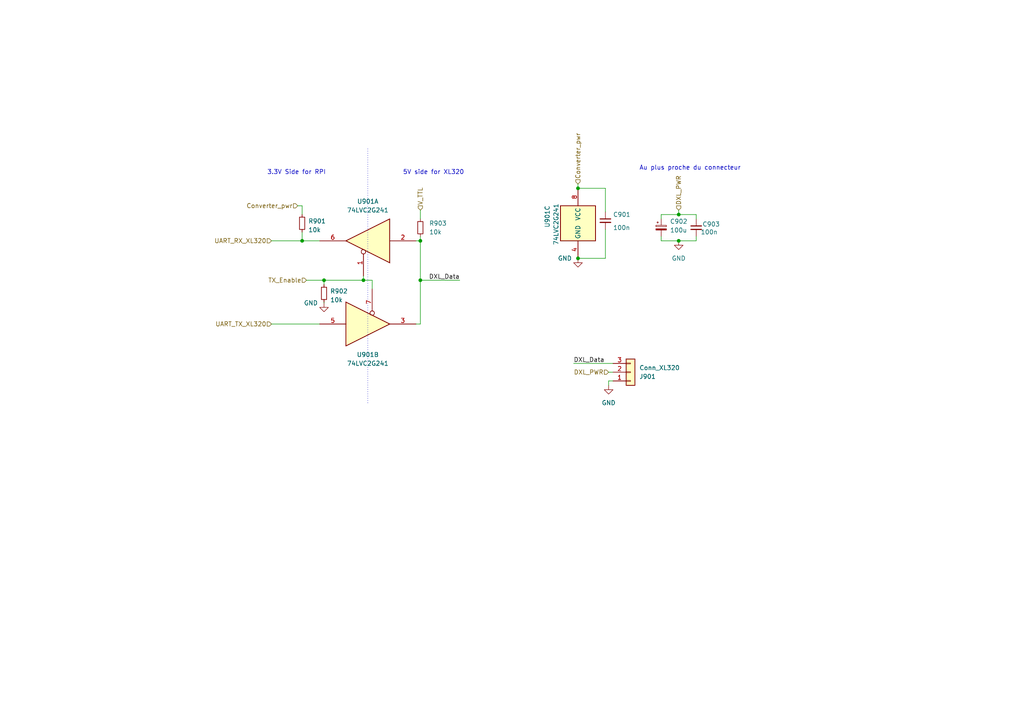
<source format=kicad_sch>
(kicad_sch (version 20230121) (generator eeschema)
  (paper "A4")
  (lib_symbols
    (symbol "74xGxx:74LVC2G241"
      (property "Reference" "U" (at 2.54 5.08 0))
      (property "Value" "74LVC2G241" (at 2.54 -7.62 0))
      (symbol "74LVC2G241_1_1"
        (polyline (pts (xy -7.62 6.35) (xy -7.62 -6.35) (xy 5.08 0) (xy -7.62 6.35)) (stroke (width 0.254)) (fill (type background)))
        (pin input inverted (at 0 10.16 270) (length 7.62) (name "~") (number "1"))
        (pin input line (at -15.24 0 0) (length 7.62) (name "~") (number "2"))
        (pin tri_state line (at 12.7 0 180) (length 7.62) (name "~") (number "6"))
      )
      (symbol "74LVC2G241_2_1"
        (polyline (pts (xy -7.62 6.35) (xy -7.62 -6.35) (xy 5.08 0) (xy -7.62 6.35)) (stroke (width 0.254)) (fill (type background)))
        (pin tri_state line (at 12.7 0 180) (length 7.62) (name "~") (number "3"))
        (pin input line (at -15.24 0 0) (length 7.62) (name "~") (number "5"))
        (pin input inverted (at 0 10.16 270) (length 7.62) (name "~") (number "7"))
      )
      (symbol "74LVC2G241_3_0"
        (rectangle (start -5.08 -5.08) (end 5.08 5.08) (stroke (width 0.254)) (fill (type background)))
      )
      (symbol "74LVC2G241_3_1"
        (pin power_in line (at 0 -10.16 90) (length 5.08) (name "GND") (number "4"))
        (pin power_in line (at 0 10.16 270) (length 5.08) (name "VCC") (number "8"))
      )
    )
    (symbol "Connector_Generic:Conn_01x03" (pin_names (offset 1.016) hide)
      (property "Reference" "J" (at 0 5.08 0))
      (property "Value" "Conn_01x03" (at 0 -5.08 0))
      (symbol "Conn_01x03_1_1"
        (rectangle (start -1.27 -2.413) (end 0 -2.667) (stroke (width 0.1524)))
        (rectangle (start -1.27 0.127) (end 0 -0.127) (stroke (width 0.1524)))
        (rectangle (start -1.27 2.667) (end 0 2.413) (stroke (width 0.1524)))
        (rectangle (start -1.27 3.81) (end 1.27 -3.81) (stroke (width 0.254)) (fill (type background)))
        (pin passive line (at -5.08 2.54 0) (length 3.81) (name "Pin_1") (number "1"))
        (pin passive line (at -5.08 0 0) (length 3.81) (name "Pin_2") (number "2"))
        (pin passive line (at -5.08 -2.54 0) (length 3.81) (name "Pin_3") (number "3"))
      )
    )
    (symbol "Device:C_Polarized_Small" (pin_numbers hide) (pin_names (offset 0.254) hide)
      (property "Reference" "C" (at 0.254 1.778 0))
      (property "Value" "C_Polarized_Small" (at 0.254 -2.032 0))
      (symbol "C_Polarized_Small_0_1"
        (rectangle (start -1.524 -0.3048) (end 1.524 -0.6858) (fill (type outline)))
        (rectangle (start -1.524 0.6858) (end 1.524 0.3048))
        (polyline (pts (xy -1.27 1.524) (xy -0.762 1.524)))
        (polyline (pts (xy -1.016 1.27) (xy -1.016 1.778)))
      )
      (symbol "C_Polarized_Small_1_1"
        (pin passive line (at 0 2.54 270) (length 1.8542) (name "~") (number "1"))
        (pin passive line (at 0 -2.54 90) (length 1.8542) (name "~") (number "2"))
      )
    )
    (symbol "Device:C_Small" (pin_numbers hide) (pin_names (offset 0.254) hide)
      (property "Reference" "C" (at 0.254 1.778 0))
      (property "Value" "C_Small" (at 0.254 -2.032 0))
      (symbol "C_Small_0_1"
        (polyline (pts (xy -1.524 -0.508) (xy 1.524 -0.508)) (stroke (width 0.3302)))
        (polyline (pts (xy -1.524 0.508) (xy 1.524 0.508)) (stroke (width 0.3048)))
      )
      (symbol "C_Small_1_1"
        (pin passive line (at 0 2.54 270) (length 2.032) (name "~") (number "1"))
        (pin passive line (at 0 -2.54 90) (length 2.032) (name "~") (number "2"))
      )
    )
    (symbol "Device:R_Small" (pin_numbers hide) (pin_names (offset 0.254) hide)
      (property "Reference" "R" (at 0.762 0.508 0))
      (property "Value" "R_Small" (at 0.762 -1.016 0))
      (symbol "R_Small_0_1"
        (rectangle (start -0.762 1.778) (end 0.762 -1.778) (stroke (width 0.2032)))
      )
      (symbol "R_Small_1_1"
        (pin passive line (at 0 2.54 270) (length 0.762) (name "~") (number "1"))
        (pin passive line (at 0 -2.54 90) (length 0.762) (name "~") (number "2"))
      )
    )
    (symbol "power:GND" (power) (pin_names (offset 0))
      (property "Value" "GND" (at 0 -3.81 0))
      (symbol "GND_0_1"
        (polyline (pts (xy 0 0) (xy 0 -1.27) (xy 1.27 -1.27) (xy 0 -2.54) (xy -1.27 -1.27) (xy 0 -1.27)))
      )
      (symbol "GND_1_1"
        (pin power_in line (at 0 0 270) (length 0) hide (name "GND") (number "1"))
      )
    )
  )
  (junction (at 93.98 81.28))
  (junction (at 121.92 69.85))
  (junction (at 196.85 69.85))
  (junction (at 121.92 81.28))
  (junction (at 196.85 62.23))
  (junction (at 87.63 69.85))
  (junction (at 167.64 54.61))
  (junction (at 105.41 81.28))
  (junction (at 167.64 74.93))
  (wire (pts (xy 88.9 81.28) (xy 93.98 81.28)))
  (wire (pts (xy 93.98 81.28) (xy 105.41 81.28)))
  (wire (pts (xy 196.85 69.85) (xy 201.93 69.85)))
  (wire (pts (xy 87.63 59.69) (xy 86.36 59.69)))
  (wire (pts (xy 196.85 62.23) (xy 201.93 62.23)))
  (wire (pts (xy 78.74 69.85) (xy 87.63 69.85)))
  (wire (pts (xy 93.98 87.884) (xy 93.98 87.63)))
  (wire (pts (xy 176.53 111.76) (xy 176.53 110.49)))
  (wire (pts (xy 87.63 67.31) (xy 87.63 69.85)))
  (wire (pts (xy 107.95 81.28) (xy 107.95 83.82)))
  (wire (pts (xy 176.53 107.95) (xy 177.8 107.95)))
  (wire (pts (xy 93.98 81.28) (xy 93.98 82.55)))
  (wire (pts (xy 175.5932 66.5411) (xy 175.5932 74.93)))
  (wire (pts (xy 166.37 105.41) (xy 177.8 105.41)))
  (wire (pts (xy 175.5932 54.61) (xy 175.5932 61.4611)))
  (wire (pts (xy 167.6319 54.61) (xy 167.6319 53.3699)))
  (wire (pts (xy 201.93 62.23) (xy 201.93 63.5)))
  (wire (pts (xy 120.65 93.98) (xy 121.92 93.98)))
  (wire (pts (xy 191.77 69.85) (xy 196.85 69.85)))
  (wire (pts (xy 167.6319 54.61) (xy 167.64 54.61)))
  (wire (pts (xy 167.64 74.93) (xy 175.5932 74.93)))
  (wire (pts (xy 191.77 69.85) (xy 191.77 68.58)))
  (wire (pts (xy 105.41 81.28) (xy 107.95 81.28)))
  (wire (pts (xy 121.92 69.85) (xy 121.92 81.28)))
  (wire (pts (xy 121.92 68.58) (xy 121.92 69.85)))
  (wire (pts (xy 120.65 69.85) (xy 121.92 69.85)))
  (wire (pts (xy 87.63 62.23) (xy 87.63 59.69)))
  (wire (pts (xy 176.53 110.49) (xy 177.8 110.49)))
  (wire (pts (xy 121.92 81.28) (xy 121.92 93.98)))
  (wire (pts (xy 87.63 69.85) (xy 92.71 69.85)))
  (wire (pts (xy 201.93 69.85) (xy 201.93 68.58)))
  (polyline (pts (xy 106.68 43.18) (xy 106.68 116.84)) (stroke (width 0) (type dot)))
  (wire (pts (xy 196.85 60.96) (xy 196.85 62.23)))
  (wire (pts (xy 121.92 60.96) (xy 121.92 63.5)))
  (wire (pts (xy 121.92 81.28) (xy 133.35 81.28)))
  (wire (pts (xy 191.77 62.23) (xy 191.77 63.5)))
  (wire (pts (xy 105.41 80.01) (xy 105.41 81.28)))
  (wire (pts (xy 191.77 62.23) (xy 196.85 62.23)))
  (wire (pts (xy 167.64 54.61) (xy 175.5932 54.61)))
  (wire (pts (xy 78.74 93.98) (xy 92.71 93.98)))
  (text "3.3V Side for RPI" (at 77.47 50.8 0) (effects (font (size 1.27 1.27)) (justify left bottom)))
  (text "Au plus proche du connecteur" (at 185.42 49.53 0) (effects (font (size 1.27 1.27)) (justify left bottom)))
  (text "5V side for XL320" (at 116.84 50.8 0) (effects (font (size 1.27 1.27)) (justify left bottom)))
  (label "DXL_Data" (at 133.35 81.28 180))
  (label "DXL_Data" (at 166.37 105.41 0))
  (hierarchical_label "UART_TX_XL320" (shape input) (at 78.74 93.98 180))
  (hierarchical_label "Converter_pwr" (shape input) (at 86.36 59.69 180))
  (hierarchical_label "Converter_pwr" (shape input) (at 167.6319 53.3699 90))
  (hierarchical_label "UART_RX_XL320" (shape input) (at 78.74 69.85 180))
  (hierarchical_label "DXL_PWR" (shape input) (at 176.53 107.95 180))
  (hierarchical_label "DXL_PWR" (shape input) (at 196.85 60.96 90))
  (hierarchical_label "TX_Enable" (shape input) (at 88.9 81.28 180))
  (hierarchical_label "V_TTL" (shape input) (at 121.92 60.96 90))
  (symbol (lib_id "power:GND") (at 176.53 111.76 0) (unit 1)
    (property "Reference" "#PWR0903" (effects hide))
    (property "Value" "GND" (at 176.53 116.84 0))
  )
  (symbol (lib_id "Connector_Generic:Conn_01x03") (at 182.88 107.95 0) (mirror x) (unit 1)
    (property "Reference" "J901" (at 185.42 109.22 0) (effects (justify left)))
    (property "Value" "Conn_XL320" (at 185.42 106.68 0) (effects (justify left)))
    (property "Footprint" "Connector_JST:JST_XH_B3B-XH-A_1x03_P2.50mm_Vertical" (effects hide))
  )
  (symbol (lib_id "Device:C_Small") (at 201.93 66.04 0) (unit 1)
    (property "Reference" "C903" (at 203.708 65.024 0) (effects (justify left)))
    (property "Value" "100n" (at 203.2 67.31 0) (effects (justify left)))
    (property "Footprint" "Capacitor_SMD:C_0402_1005Metric" (effects hide))
  )
  (symbol (lib_id "74xGxx:74LVC2G241") (at 105.41 69.85 180) (unit 1)
    (property "Reference" "U901" (at 106.68 58.42 0))
    (property "Value" "74LVC2G241" (at 106.68 60.96 0))
    (property "Footprint" "Package_SO:VSSOP-8_2.3x2mm_P0.5mm" (effects hide))
    (property "Datasheet" "https://4donline.ihs.com/images/VipMasterIC/IC/PHGL/PHGLS27073/PHGLS27073-1.pdf?hkey=6D3A4C79FDBF58556ACFDE234799DDF0" (effects hide))
    (property "Farnell" "https://fr.farnell.com/nexperia/74lvc2g241dc-125/buffer-driver-de-ligne-40-a-125/dp/3442085?st=74LVC2G241DC,125" (effects hide))
    (property "MPN" "74LVC2G241DC,125" (effects hide))
  )
  (symbol (lib_id "Device:C_Small") (at 175.5932 64.0011 0) (unit 1)
    (property "Reference" "C901" (at 177.8 62.23 0) (effects (justify left)))
    (property "Value" "100n" (at 177.8 66.04 0) (effects (justify left)))
    (property "Footprint" "Capacitor_SMD:C_0402_1005Metric" (effects hide))
  )
  (symbol (lib_id "Device:R_Small") (at 87.63 64.77 0) (unit 1)
    (property "Reference" "R901" (at 89.408 64.135 0) (effects (justify left)))
    (property "Value" "10k" (at 89.408 66.675 0) (effects (justify left)))
    (property "Footprint" "Resistor_SMD:R_0402_1005Metric" (effects hide))
  )
  (symbol (lib_id "power:GND") (at 196.85 69.85 0) (unit 1)
    (property "Reference" "#PWR0904" (effects hide))
    (property "Value" "GND" (at 196.85 74.93 0))
  )
  (symbol (lib_id "power:GND") (at 167.64 74.93 0) (unit 1)
    (property "Reference" "#PWR0902" (effects hide))
    (property "Value" "GND" (at 163.83 74.93 0))
  )
  (symbol (lib_id "74xGxx:74LVC2G241") (at 107.95 93.98 0) (unit 2)
    (property "Reference" "U901" (at 106.68 102.87 0))
    (property "Value" "74LVC2G241" (at 106.68 105.41 0))
    (property "Footprint" "Package_SO:VSSOP-8_2.3x2mm_P0.5mm" (effects hide))
    (property "Datasheet" "https://4donline.ihs.com/images/VipMasterIC/IC/PHGL/PHGLS27073/PHGLS27073-1.pdf?hkey=6D3A4C79FDBF58556ACFDE234799DDF0" (effects hide))
    (property "Farnell" "https://fr.farnell.com/nexperia/74lvc2g241dc-125/buffer-driver-de-ligne-40-a-125/dp/3442085?st=74LVC2G241DC,125" (effects hide))
    (property "MPN" "74LVC2G241DC,125" (effects hide))
  )
  (symbol (lib_id "power:GND") (at 93.98 87.884 0) (unit 1)
    (property "Reference" "#PWR0901" (effects hide))
    (property "Value" "GND" (at 90.17 87.884 0))
  )
  (symbol (lib_id "Device:R_Small") (at 93.98 85.09 0) (unit 1)
    (property "Reference" "R902" (at 95.758 84.455 0) (effects (justify left)))
    (property "Value" "10k" (at 95.758 86.995 0) (effects (justify left)))
    (property "Footprint" "Resistor_SMD:R_0402_1005Metric" (effects hide))
  )
  (symbol (lib_id "74xGxx:74LVC2G241") (at 167.64 64.77 0) (unit 3)
    (property "Reference" "U901" (at 158.75 66.04 90) (effects (justify left)))
    (property "Value" "74LVC2G241" (at 161.29 71.12 90) (effects (justify left)))
    (property "Footprint" "Package_SO:VSSOP-8_2.3x2mm_P0.5mm" (effects hide))
    (property "Datasheet" "https://4donline.ihs.com/images/VipMasterIC/IC/PHGL/PHGLS27073/PHGLS27073-1.pdf?hkey=6D3A4C79FDBF58556ACFDE234799DDF0" (effects hide))
    (property "Farnell" "https://fr.farnell.com/nexperia/74lvc2g241dc-125/buffer-driver-de-ligne-40-a-125/dp/3442085?st=74LVC2G241DC,125" (effects hide))
    (property "MPN" "74LVC2G241DC,125" (effects hide))
  )
  (symbol (lib_id "Device:R_Small") (at 121.92 66.04 0) (unit 1)
    (property "Reference" "R903" (at 124.46 64.77 0) (effects (justify left)))
    (property "Value" "10k" (at 124.46 67.31 0) (effects (justify left)))
    (property "Footprint" "Resistor_SMD:R_0402_1005Metric" (effects hide))
  )
  (symbol (lib_id "Device:C_Polarized_Small") (at 191.77 66.04 0) (unit 1)
    (property "Reference" "C902" (at 194.31 64.2239 0) (effects (justify left)))
    (property "Value" "100u" (at 194.31 66.7639 0) (effects (justify left)))
    (property "Footprint" "Capacitor_SMD:CP_Elec_6.3x7.7" (effects hide))
    (property "Vmax" "25V" (effects hide))
    (property "MPN" "865060445005" (effects hide))
  )
)
</source>
